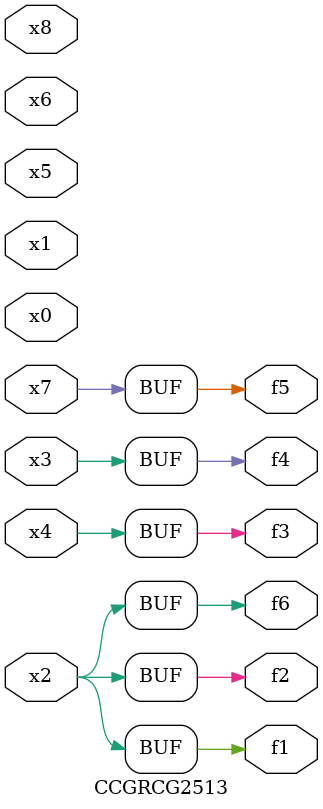
<source format=v>
module CCGRCG2513(
	input x0, x1, x2, x3, x4, x5, x6, x7, x8,
	output f1, f2, f3, f4, f5, f6
);
	assign f1 = x2;
	assign f2 = x2;
	assign f3 = x4;
	assign f4 = x3;
	assign f5 = x7;
	assign f6 = x2;
endmodule

</source>
